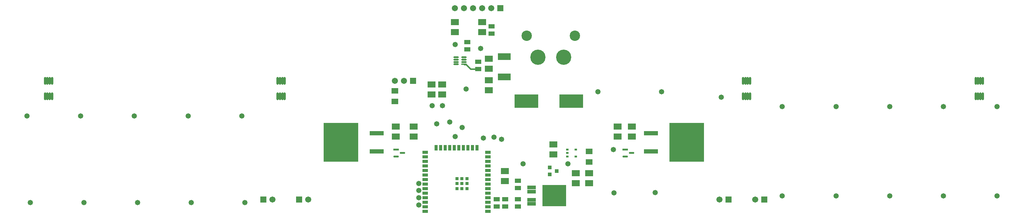
<source format=gts>
G04*
G04 #@! TF.GenerationSoftware,Altium Limited,Altium Designer,23.10.1 (27)*
G04*
G04 Layer_Color=8388736*
%FSLAX44Y44*%
%MOMM*%
G71*
G04*
G04 #@! TF.SameCoordinates,03B978FF-55A4-44C7-B640-70ACE0D70F40*
G04*
G04*
G04 #@! TF.FilePolarity,Negative*
G04*
G01*
G75*
%ADD18R,0.9000X0.9000*%
%ADD19R,1.5000X0.9000*%
%ADD20R,0.9000X1.5000*%
G04:AMPARAMS|DCode=22|XSize=1.5052mm|YSize=0.4549mm|CornerRadius=0.2275mm|HoleSize=0mm|Usage=FLASHONLY|Rotation=180.000|XOffset=0mm|YOffset=0mm|HoleType=Round|Shape=RoundedRectangle|*
%AMROUNDEDRECTD22*
21,1,1.5052,0.0000,0,0,180.0*
21,1,1.0503,0.4549,0,0,180.0*
1,1,0.4549,-0.5252,0.0000*
1,1,0.4549,0.5252,0.0000*
1,1,0.4549,0.5252,0.0000*
1,1,0.4549,-0.5252,0.0000*
%
%ADD22ROUNDEDRECTD22*%
%ADD23R,1.5052X0.4549*%
%ADD24R,1.5242X0.5780*%
G04:AMPARAMS|DCode=25|XSize=1.5242mm|YSize=0.578mm|CornerRadius=0.289mm|HoleSize=0mm|Usage=FLASHONLY|Rotation=0.000|XOffset=0mm|YOffset=0mm|HoleType=Round|Shape=RoundedRectangle|*
%AMROUNDEDRECTD25*
21,1,1.5242,0.0000,0,0,0.0*
21,1,0.9463,0.5780,0,0,0.0*
1,1,0.5780,0.4731,0.0000*
1,1,0.5780,-0.4731,0.0000*
1,1,0.5780,-0.4731,0.0000*
1,1,0.5780,0.4731,0.0000*
%
%ADD25ROUNDEDRECTD25*%
%ADD33R,0.8000X0.5500*%
%ADD36R,2.2352X1.7272*%
%ADD37R,1.7272X1.2192*%
%ADD38O,0.6532X2.2032*%
%ADD39R,6.7032X3.7032*%
%ADD40R,4.0032X1.2532*%
%ADD41R,9.6532X10.8732*%
%ADD42R,1.9532X1.6032*%
%ADD43R,2.4032X1.0032*%
%ADD44R,6.6032X6.0032*%
%ADD45R,1.1032X1.0032*%
%ADD46R,3.6532X1.8532*%
%ADD47C,0.4000*%
%ADD48C,1.7032*%
%ADD49R,1.7032X1.7032*%
%ADD50C,2.9032*%
%ADD51C,4.2532*%
%ADD52C,1.4732*%
D18*
X-159000Y70600D02*
D03*
Y84600D02*
D03*
Y98600D02*
D03*
X-131000D02*
D03*
Y84600D02*
D03*
Y70600D02*
D03*
X-145000Y98600D02*
D03*
Y84600D02*
D03*
Y70600D02*
D03*
D19*
X-247500Y7400D02*
D03*
Y20100D02*
D03*
Y32800D02*
D03*
Y45500D02*
D03*
Y58200D02*
D03*
Y70900D02*
D03*
Y83600D02*
D03*
Y96300D02*
D03*
Y109000D02*
D03*
Y121700D02*
D03*
Y134400D02*
D03*
Y147100D02*
D03*
Y159800D02*
D03*
Y172500D02*
D03*
X-72500D02*
D03*
Y159800D02*
D03*
Y147100D02*
D03*
Y134400D02*
D03*
Y121700D02*
D03*
Y109000D02*
D03*
Y96300D02*
D03*
Y83600D02*
D03*
Y70900D02*
D03*
Y58200D02*
D03*
Y45500D02*
D03*
Y32800D02*
D03*
Y20100D02*
D03*
Y7400D02*
D03*
D20*
X-217150Y185000D02*
D03*
X-204450D02*
D03*
X-191750D02*
D03*
X-179050D02*
D03*
X-166350D02*
D03*
X-153650D02*
D03*
X-140950D02*
D03*
X-128250D02*
D03*
X-115550D02*
D03*
X-102850D02*
D03*
D22*
X-161005Y418240D02*
D03*
Y424740D02*
D03*
Y431240D02*
D03*
Y437740D02*
D03*
X-138995D02*
D03*
Y431240D02*
D03*
Y424740D02*
D03*
D23*
Y418240D02*
D03*
D24*
X-329102Y179500D02*
D03*
X310898D02*
D03*
D25*
X-329102Y160500D02*
D03*
X-310898Y170000D02*
D03*
X329102D02*
D03*
X310898Y160500D02*
D03*
D33*
X173290Y179500D02*
D03*
Y160500D02*
D03*
X149290D02*
D03*
Y170000D02*
D03*
Y179500D02*
D03*
D36*
X172720Y113970D02*
D03*
Y86030D02*
D03*
X-280000Y243970D02*
D03*
Y216030D02*
D03*
X-70000Y373970D02*
D03*
Y346030D02*
D03*
X-230000Y334010D02*
D03*
Y361950D02*
D03*
X-200000Y334010D02*
D03*
Y361950D02*
D03*
X-70000Y433970D02*
D03*
Y406030D02*
D03*
X-330000Y243970D02*
D03*
Y216030D02*
D03*
X-165100Y508000D02*
D03*
Y535940D02*
D03*
X-88900Y508000D02*
D03*
Y535940D02*
D03*
X330000Y243970D02*
D03*
Y216030D02*
D03*
X290000D02*
D03*
Y243970D02*
D03*
X110000Y193970D02*
D03*
Y166030D02*
D03*
X-25400Y119380D02*
D03*
Y91440D02*
D03*
X210000Y113970D02*
D03*
Y86030D02*
D03*
D37*
X-130000Y480160D02*
D03*
Y459840D02*
D03*
X-100000Y404840D02*
D03*
Y425160D02*
D03*
X-62230Y524510D02*
D03*
Y504190D02*
D03*
X11430Y92710D02*
D03*
Y72390D02*
D03*
Y40640D02*
D03*
Y20320D02*
D03*
X-24130Y40640D02*
D03*
Y20320D02*
D03*
X-48260Y40640D02*
D03*
Y20320D02*
D03*
D38*
X640250Y328500D02*
D03*
X646750D02*
D03*
X653250D02*
D03*
X659750D02*
D03*
X640250Y371500D02*
D03*
X646750D02*
D03*
X653250D02*
D03*
X659750D02*
D03*
X-1309750Y328500D02*
D03*
X-1303250D02*
D03*
X-1296750D02*
D03*
X-1290250D02*
D03*
X-1309750Y371500D02*
D03*
X-1303250D02*
D03*
X-1296750D02*
D03*
X-1290250D02*
D03*
X-659750Y328500D02*
D03*
X-653250D02*
D03*
X-646750D02*
D03*
X-640250D02*
D03*
X-659750Y371500D02*
D03*
X-653250D02*
D03*
X-646750D02*
D03*
X-640250D02*
D03*
X1290250Y328500D02*
D03*
X1296750D02*
D03*
X1303250D02*
D03*
X1309750D02*
D03*
X1290250Y371500D02*
D03*
X1296750D02*
D03*
X1303250D02*
D03*
X1309750D02*
D03*
D39*
X35290Y314960D02*
D03*
X160290D02*
D03*
D40*
X-383080Y225400D02*
D03*
Y174600D02*
D03*
X383080D02*
D03*
Y225400D02*
D03*
D41*
X-483070Y200000D02*
D03*
X483070D02*
D03*
D42*
X-332740Y343930D02*
D03*
Y313930D02*
D03*
X210000Y145000D02*
D03*
Y175000D02*
D03*
D43*
X49530Y73630D02*
D03*
Y62230D02*
D03*
Y39430D02*
D03*
Y28030D02*
D03*
D44*
X112530Y50830D02*
D03*
D45*
X100000Y129500D02*
D03*
Y110500D02*
D03*
X120000Y120000D02*
D03*
D46*
X-26670Y439980D02*
D03*
Y382980D02*
D03*
D47*
X-138721Y417965D02*
X-133469D01*
Y417949D02*
X-120360Y404840D01*
X-133469Y417949D02*
Y417965D01*
X-120360Y404840D02*
X-100000D01*
X-138995Y418240D02*
X-138721Y417965D01*
D48*
X-332740Y372110D02*
D03*
X-307340D02*
D03*
X-674600Y40000D02*
D03*
X-165100Y575310D02*
D03*
X-139700D02*
D03*
X-114300D02*
D03*
X-88900D02*
D03*
X-63500D02*
D03*
X574600Y40000D02*
D03*
X674600D02*
D03*
X-574600D02*
D03*
D49*
X-281940Y372110D02*
D03*
X-700000Y40000D02*
D03*
X-38100Y575310D02*
D03*
X600000Y40000D02*
D03*
X700000D02*
D03*
X-600000D02*
D03*
D50*
X35560Y497840D02*
D03*
X170560D02*
D03*
D51*
X139060Y437840D02*
D03*
X67060D02*
D03*
D52*
X-265410Y45000D02*
D03*
X-133350Y349250D02*
D03*
X-215900Y251460D02*
D03*
X-92710Y462280D02*
D03*
X412750Y341630D02*
D03*
X234950D02*
D03*
X394970Y59690D02*
D03*
X279400Y58420D02*
D03*
X25400Y139700D02*
D03*
X151130D02*
D03*
X-144310Y241300D02*
D03*
X-55880Y214630D02*
D03*
X-179070Y256540D02*
D03*
X-1351270Y31270D02*
D03*
X-1360160Y274030D02*
D03*
X-1201270Y31270D02*
D03*
X-1210160Y274030D02*
D03*
X-1060160D02*
D03*
X-1051270Y31270D02*
D03*
X-910160Y274030D02*
D03*
X-901270Y31270D02*
D03*
X-760160Y274030D02*
D03*
X-751270Y31270D02*
D03*
X750000Y50000D02*
D03*
Y300000D02*
D03*
X900000Y50000D02*
D03*
Y300000D02*
D03*
X1050000Y50000D02*
D03*
Y300000D02*
D03*
X1200000D02*
D03*
Y50000D02*
D03*
X1350000Y300000D02*
D03*
Y50000D02*
D03*
X-199390Y302260D02*
D03*
X-228600D02*
D03*
X-265410Y85000D02*
D03*
Y65000D02*
D03*
X-265430Y25000D02*
D03*
X-163830Y473710D02*
D03*
Y215900D02*
D03*
X-85090Y211630D02*
D03*
X-34290Y208280D02*
D03*
X277700Y179500D02*
D03*
X579120Y326390D02*
D03*
M02*

</source>
